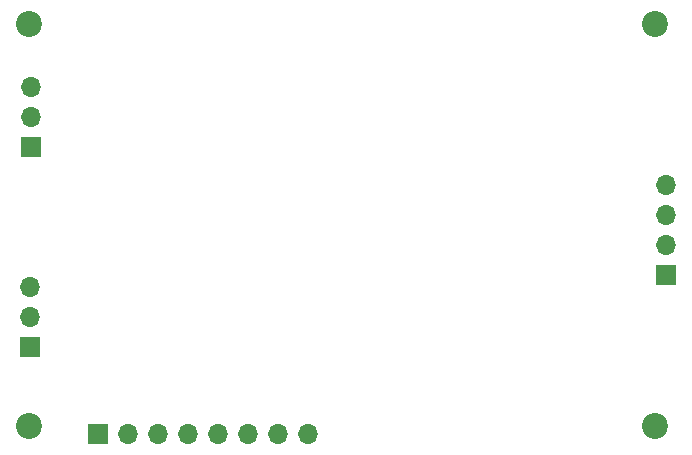
<source format=gbs>
%TF.GenerationSoftware,KiCad,Pcbnew,(6.99.0)*%
%TF.CreationDate,2022-12-27T22:07:25-08:00*%
%TF.ProjectId,eog-pcb-kicad,656f672d-7063-4622-9d6b-696361642e6b,rev?*%
%TF.SameCoordinates,Original*%
%TF.FileFunction,Soldermask,Bot*%
%TF.FilePolarity,Negative*%
%FSLAX46Y46*%
G04 Gerber Fmt 4.6, Leading zero omitted, Abs format (unit mm)*
G04 Created by KiCad (PCBNEW (6.99.0)) date 2022-12-27 22:07:25*
%MOMM*%
%LPD*%
G01*
G04 APERTURE LIST*
%ADD10R,1.700000X1.700000*%
%ADD11O,1.700000X1.700000*%
%ADD12C,2.200000*%
G04 APERTURE END LIST*
D10*
X57404000Y-24755000D03*
D11*
X57404000Y-22215000D03*
X57404000Y-19675000D03*
X57404000Y-17135000D03*
D12*
X56500000Y-3500000D03*
X3500000Y-37500000D03*
D10*
X3612000Y-13884000D03*
D11*
X3612000Y-11344000D03*
X3612000Y-8804000D03*
D12*
X56500000Y-37500000D03*
D10*
X3556000Y-30861000D03*
D11*
X3556000Y-28321000D03*
X3556000Y-25781000D03*
D12*
X3500000Y-3500000D03*
D10*
X9271000Y-38227000D03*
D11*
X11811000Y-38227000D03*
X14351000Y-38227000D03*
X16891000Y-38227000D03*
X19431000Y-38227000D03*
X21971000Y-38227000D03*
X24511000Y-38227000D03*
X27051000Y-38227000D03*
M02*

</source>
